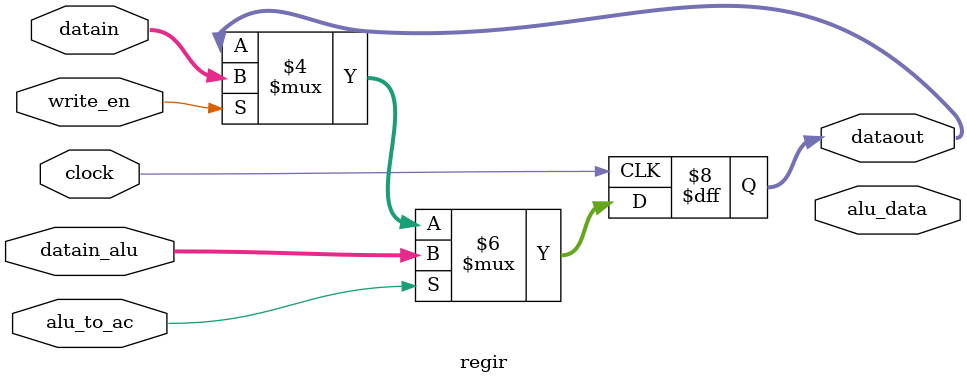
<source format=v>
module regir(clock,write_en,alu_to_ac,datain,datain_alu,dataout,alu_data);
	
	input clock,write_en,alu_to_ac; 
	
	input [15:0] datain; 
	input [15:0] datain_alu;
	
	output reg [15:0] dataout;
	
	output reg [15:0] alu_data;
	always @(posedge clock) 
	
		begin  	
		if (write_en == 1) 
			dataout <= datain;
			//alu_data <= datain;
			//$display("[display] time=%0t AC_out=%0d ",$time,dataout);
			//$display("[display] time=%0t alu_out=%0d ",$time,alu_data);
		if (alu_to_ac == 1) 
			dataout <= datain_alu;
			//alu_data <= datain;
			//$display("[display] time=%0t AC(al)_out=%0d ",$time,dataout);
			///$display("[display] time=%0t alu_out=%0d ",$time,alu_data);

	   end 
endmodule

</source>
